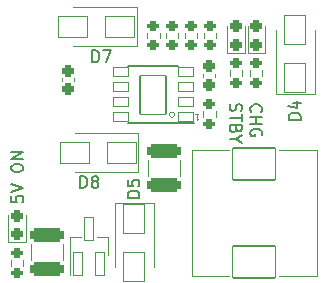
<source format=gto>
G04 #@! TF.GenerationSoftware,KiCad,Pcbnew,(6.0.8)*
G04 #@! TF.CreationDate,2023-05-10T13:59:01+02:00*
G04 #@! TF.ProjectId,02_Batt_Alim,30325f42-6174-4745-9f41-6c696d2e6b69,rev?*
G04 #@! TF.SameCoordinates,Original*
G04 #@! TF.FileFunction,Legend,Top*
G04 #@! TF.FilePolarity,Positive*
%FSLAX46Y46*%
G04 Gerber Fmt 4.6, Leading zero omitted, Abs format (unit mm)*
G04 Created by KiCad (PCBNEW (6.0.8)) date 2023-05-10 13:59:01*
%MOMM*%
%LPD*%
G01*
G04 APERTURE LIST*
G04 Aperture macros list*
%AMRoundRect*
0 Rectangle with rounded corners*
0 $1 Rounding radius*
0 $2 $3 $4 $5 $6 $7 $8 $9 X,Y pos of 4 corners*
0 Add a 4 corners polygon primitive as box body*
4,1,4,$2,$3,$4,$5,$6,$7,$8,$9,$2,$3,0*
0 Add four circle primitives for the rounded corners*
1,1,$1+$1,$2,$3*
1,1,$1+$1,$4,$5*
1,1,$1+$1,$6,$7*
1,1,$1+$1,$8,$9*
0 Add four rect primitives between the rounded corners*
20,1,$1+$1,$2,$3,$4,$5,0*
20,1,$1+$1,$4,$5,$6,$7,0*
20,1,$1+$1,$6,$7,$8,$9,0*
20,1,$1+$1,$8,$9,$2,$3,0*%
%AMFreePoly0*
4,1,39,2.202791,0.899922,2.297540,0.894625,2.305656,0.893499,2.484833,0.853448,2.495057,0.849967,2.661454,0.772375,2.670692,0.766781,2.816546,0.655267,2.824367,0.647819,2.942872,0.507587,2.948911,0.498633,3.034539,0.336225,3.038515,0.326184,3.087271,0.149177,3.088997,0.138516,3.098606,-0.044831,3.098004,-0.055614,3.068017,-0.236748,3.065112,-0.247150,2.996929,-0.417619,
2.991859,-0.427155,2.888662,-0.579006,2.881662,-0.587231,2.748263,-0.713379,2.739661,-0.719908,2.582286,-0.814469,2.572482,-0.818999,2.398473,-0.877559,2.387925,-0.879879,2.205400,-0.899708,2.200000,-0.900000,-0.850000,-0.900000,-0.885355,-0.885355,-0.900000,-0.850000,-0.900000,0.850000,-0.885355,0.885355,-0.850000,0.900000,2.200000,0.900000,2.202791,0.899922,2.202791,0.899922,
$1*%
G04 Aperture macros list end*
%ADD10C,0.150000*%
%ADD11C,0.125000*%
%ADD12C,0.127000*%
%ADD13C,0.100000*%
%ADD14C,0.120000*%
%ADD15C,1.100000*%
%ADD16RoundRect,0.050000X1.100000X1.650000X-1.100000X1.650000X-1.100000X-1.650000X1.100000X-1.650000X0*%
%ADD17RoundRect,0.050000X0.650000X0.350000X-0.650000X0.350000X-0.650000X-0.350000X0.650000X-0.350000X0*%
%ADD18FreePoly0,180.000000*%
%ADD19C,1.624000*%
%ADD20RoundRect,0.050000X1.250000X0.900000X-1.250000X0.900000X-1.250000X-0.900000X1.250000X-0.900000X0*%
%ADD21RoundRect,0.050000X-0.900000X1.250000X-0.900000X-1.250000X0.900000X-1.250000X0.900000X1.250000X0*%
%ADD22RoundRect,0.050000X0.900000X-1.250000X0.900000X1.250000X-0.900000X1.250000X-0.900000X-1.250000X0*%
%ADD23RoundRect,0.275000X-0.250000X0.225000X-0.250000X-0.225000X0.250000X-0.225000X0.250000X0.225000X0*%
%ADD24RoundRect,0.300000X-1.100000X0.325000X-1.100000X-0.325000X1.100000X-0.325000X1.100000X0.325000X0*%
%ADD25RoundRect,0.268750X0.256250X-0.218750X0.256250X0.218750X-0.256250X0.218750X-0.256250X-0.218750X0*%
%ADD26RoundRect,0.050000X1.800000X-1.350000X1.800000X1.350000X-1.800000X1.350000X-1.800000X-1.350000X0*%
%ADD27RoundRect,0.250000X-0.275000X0.200000X-0.275000X-0.200000X0.275000X-0.200000X0.275000X0.200000X0*%
%ADD28RoundRect,0.250000X0.275000X-0.200000X0.275000X0.200000X-0.275000X0.200000X-0.275000X-0.200000X0*%
%ADD29RoundRect,0.050000X0.400000X-0.950000X0.400000X0.950000X-0.400000X0.950000X-0.400000X-0.950000X0*%
G04 APERTURE END LIST*
D10*
X122959857Y-71955114D02*
X122912238Y-71907495D01*
X122864619Y-71764638D01*
X122864619Y-71669400D01*
X122912238Y-71526542D01*
X123007476Y-71431304D01*
X123102714Y-71383685D01*
X123293190Y-71336066D01*
X123436047Y-71336066D01*
X123626523Y-71383685D01*
X123721761Y-71431304D01*
X123817000Y-71526542D01*
X123864619Y-71669400D01*
X123864619Y-71764638D01*
X123817000Y-71907495D01*
X123769380Y-71955114D01*
X122864619Y-72383685D02*
X123864619Y-72383685D01*
X123388428Y-72383685D02*
X123388428Y-72955114D01*
X122864619Y-72955114D02*
X123864619Y-72955114D01*
X123817000Y-73955114D02*
X123864619Y-73859876D01*
X123864619Y-73717019D01*
X123817000Y-73574161D01*
X123721761Y-73478923D01*
X123626523Y-73431304D01*
X123436047Y-73383685D01*
X123293190Y-73383685D01*
X123102714Y-73431304D01*
X123007476Y-73478923D01*
X122912238Y-73574161D01*
X122864619Y-73717019D01*
X122864619Y-73812257D01*
X122912238Y-73955114D01*
X122959857Y-74002733D01*
X123293190Y-74002733D01*
X123293190Y-73812257D01*
X102627180Y-79089047D02*
X102627180Y-79565238D01*
X103103371Y-79612857D01*
X103055752Y-79565238D01*
X103008133Y-79470000D01*
X103008133Y-79231904D01*
X103055752Y-79136666D01*
X103103371Y-79089047D01*
X103198609Y-79041428D01*
X103436704Y-79041428D01*
X103531942Y-79089047D01*
X103579561Y-79136666D01*
X103627180Y-79231904D01*
X103627180Y-79470000D01*
X103579561Y-79565238D01*
X103531942Y-79612857D01*
X102627180Y-78755714D02*
X103627180Y-78422380D01*
X102627180Y-78089047D01*
X102627180Y-76803333D02*
X102627180Y-76612857D01*
X102674800Y-76517619D01*
X102770038Y-76422380D01*
X102960514Y-76374761D01*
X103293847Y-76374761D01*
X103484323Y-76422380D01*
X103579561Y-76517619D01*
X103627180Y-76612857D01*
X103627180Y-76803333D01*
X103579561Y-76898571D01*
X103484323Y-76993809D01*
X103293847Y-77041428D01*
X102960514Y-77041428D01*
X102770038Y-76993809D01*
X102674800Y-76898571D01*
X102627180Y-76803333D01*
X103627180Y-75946190D02*
X102627180Y-75946190D01*
X103627180Y-75374761D01*
X102627180Y-75374761D01*
X121185038Y-71302761D02*
X121137419Y-71445619D01*
X121137419Y-71683714D01*
X121185038Y-71778952D01*
X121232657Y-71826571D01*
X121327895Y-71874190D01*
X121423133Y-71874190D01*
X121518371Y-71826571D01*
X121565990Y-71778952D01*
X121613609Y-71683714D01*
X121661228Y-71493238D01*
X121708847Y-71398000D01*
X121756466Y-71350380D01*
X121851704Y-71302761D01*
X121946942Y-71302761D01*
X122042180Y-71350380D01*
X122089800Y-71398000D01*
X122137419Y-71493238D01*
X122137419Y-71731333D01*
X122089800Y-71874190D01*
X122137419Y-72159904D02*
X122137419Y-72731333D01*
X121137419Y-72445619D02*
X122137419Y-72445619D01*
X121661228Y-73398000D02*
X121613609Y-73540857D01*
X121565990Y-73588476D01*
X121470752Y-73636095D01*
X121327895Y-73636095D01*
X121232657Y-73588476D01*
X121185038Y-73540857D01*
X121137419Y-73445619D01*
X121137419Y-73064666D01*
X122137419Y-73064666D01*
X122137419Y-73398000D01*
X122089800Y-73493238D01*
X122042180Y-73540857D01*
X121946942Y-73588476D01*
X121851704Y-73588476D01*
X121756466Y-73540857D01*
X121708847Y-73493238D01*
X121661228Y-73398000D01*
X121661228Y-73064666D01*
X121613609Y-74255142D02*
X121137419Y-74255142D01*
X122137419Y-73921809D02*
X121613609Y-74255142D01*
X122137419Y-74588476D01*
D11*
X118180142Y-72168809D02*
X118465857Y-72168809D01*
X118323000Y-72168809D02*
X118323000Y-72668809D01*
X118370619Y-72597380D01*
X118418238Y-72549761D01*
X118465857Y-72525952D01*
D10*
X109497904Y-67762380D02*
X109497904Y-66762380D01*
X109736000Y-66762380D01*
X109878857Y-66810000D01*
X109974095Y-66905238D01*
X110021714Y-67000476D01*
X110069333Y-67190952D01*
X110069333Y-67333809D01*
X110021714Y-67524285D01*
X109974095Y-67619523D01*
X109878857Y-67714761D01*
X109736000Y-67762380D01*
X109497904Y-67762380D01*
X110402666Y-66762380D02*
X111069333Y-66762380D01*
X110640761Y-67762380D01*
X108481904Y-78390380D02*
X108481904Y-77390380D01*
X108720000Y-77390380D01*
X108862857Y-77438000D01*
X108958095Y-77533238D01*
X109005714Y-77628476D01*
X109053333Y-77818952D01*
X109053333Y-77961809D01*
X109005714Y-78152285D01*
X108958095Y-78247523D01*
X108862857Y-78342761D01*
X108720000Y-78390380D01*
X108481904Y-78390380D01*
X109624761Y-77818952D02*
X109529523Y-77771333D01*
X109481904Y-77723714D01*
X109434285Y-77628476D01*
X109434285Y-77580857D01*
X109481904Y-77485619D01*
X109529523Y-77438000D01*
X109624761Y-77390380D01*
X109815238Y-77390380D01*
X109910476Y-77438000D01*
X109958095Y-77485619D01*
X110005714Y-77580857D01*
X110005714Y-77628476D01*
X109958095Y-77723714D01*
X109910476Y-77771333D01*
X109815238Y-77818952D01*
X109624761Y-77818952D01*
X109529523Y-77866571D01*
X109481904Y-77914190D01*
X109434285Y-78009428D01*
X109434285Y-78199904D01*
X109481904Y-78295142D01*
X109529523Y-78342761D01*
X109624761Y-78390380D01*
X109815238Y-78390380D01*
X109910476Y-78342761D01*
X109958095Y-78295142D01*
X110005714Y-78199904D01*
X110005714Y-78009428D01*
X109958095Y-77914190D01*
X109910476Y-77866571D01*
X109815238Y-77818952D01*
X113482380Y-79224095D02*
X112482380Y-79224095D01*
X112482380Y-78986000D01*
X112530000Y-78843142D01*
X112625238Y-78747904D01*
X112720476Y-78700285D01*
X112910952Y-78652666D01*
X113053809Y-78652666D01*
X113244285Y-78700285D01*
X113339523Y-78747904D01*
X113434761Y-78843142D01*
X113482380Y-78986000D01*
X113482380Y-79224095D01*
X112482380Y-77747904D02*
X112482380Y-78224095D01*
X112958571Y-78271714D01*
X112910952Y-78224095D01*
X112863333Y-78128857D01*
X112863333Y-77890761D01*
X112910952Y-77795523D01*
X112958571Y-77747904D01*
X113053809Y-77700285D01*
X113291904Y-77700285D01*
X113387142Y-77747904D01*
X113434761Y-77795523D01*
X113482380Y-77890761D01*
X113482380Y-78128857D01*
X113434761Y-78224095D01*
X113387142Y-78271714D01*
X127122180Y-72620095D02*
X126122180Y-72620095D01*
X126122180Y-72382000D01*
X126169800Y-72239142D01*
X126265038Y-72143904D01*
X126360276Y-72096285D01*
X126550752Y-72048666D01*
X126693609Y-72048666D01*
X126884085Y-72096285D01*
X126979323Y-72143904D01*
X127074561Y-72239142D01*
X127122180Y-72382000D01*
X127122180Y-72620095D01*
X126455514Y-71191523D02*
X127122180Y-71191523D01*
X126074561Y-71429619D02*
X126788847Y-71667714D01*
X126788847Y-71048666D01*
D12*
X112540000Y-72903000D02*
X118069000Y-72903000D01*
X116740000Y-68077000D02*
X112540000Y-68077000D01*
D13*
X116463606Y-72190000D02*
G75*
G03*
X116463606Y-72190000I-223606J0D01*
G01*
D14*
X113255000Y-66420000D02*
X107855000Y-66420000D01*
X113255000Y-63120000D02*
X107855000Y-63120000D01*
X113255000Y-66420000D02*
X113255000Y-63120000D01*
X113382000Y-77088000D02*
X107982000Y-77088000D01*
X113382000Y-73788000D02*
X107982000Y-73788000D01*
X113382000Y-77088000D02*
X113382000Y-73788000D01*
X114680000Y-79658000D02*
X114680000Y-85058000D01*
X111380000Y-79658000D02*
X111380000Y-85058000D01*
X114680000Y-79658000D02*
X111380000Y-79658000D01*
X125019800Y-70456000D02*
X125019800Y-65056000D01*
X128319800Y-70456000D02*
X128319800Y-65056000D01*
X125019800Y-70456000D02*
X128319800Y-70456000D01*
X118895400Y-68744220D02*
X118895400Y-69025380D01*
X119915400Y-68744220D02*
X119915400Y-69025380D01*
X107900000Y-69099420D02*
X107900000Y-69380580D01*
X106880000Y-69099420D02*
X106880000Y-69380580D01*
X104304000Y-83108748D02*
X104304000Y-84531252D01*
X107024000Y-83108748D02*
X107024000Y-84531252D01*
X114210000Y-75996748D02*
X114210000Y-77419252D01*
X116930000Y-75996748D02*
X116930000Y-77419252D01*
X122632800Y-66978400D02*
X124102800Y-66978400D01*
X124102800Y-66978400D02*
X124102800Y-64693400D01*
X122632800Y-64693400D02*
X122632800Y-66978400D01*
X122375600Y-66978400D02*
X122375600Y-64693400D01*
X120905600Y-64693400D02*
X120905600Y-66978400D01*
X120905600Y-66978400D02*
X122375600Y-66978400D01*
X103859000Y-83019000D02*
X103859000Y-80734000D01*
X102389000Y-83019000D02*
X103859000Y-83019000D01*
X102389000Y-80734000D02*
X102389000Y-83019000D01*
X117890000Y-75218000D02*
X121090000Y-75218000D01*
X128490000Y-85818000D02*
X125290000Y-85818000D01*
X117890000Y-85818000D02*
X117890000Y-75218000D01*
X128490000Y-75218000D02*
X128490000Y-85818000D01*
X121090000Y-85818000D02*
X117890000Y-85818000D01*
X125290000Y-75218000D02*
X128490000Y-75218000D01*
X123890300Y-68431142D02*
X123890300Y-68905658D01*
X122845300Y-68431142D02*
X122845300Y-68905658D01*
X118882900Y-71898742D02*
X118882900Y-72373258D01*
X119927900Y-71898742D02*
X119927900Y-72373258D01*
X122163100Y-68431142D02*
X122163100Y-68905658D01*
X121118100Y-68431142D02*
X121118100Y-68905658D01*
X118378500Y-65718458D02*
X118378500Y-65243942D01*
X117333500Y-65718458D02*
X117333500Y-65243942D01*
X116778300Y-65718458D02*
X116778300Y-65243942D01*
X115733300Y-65718458D02*
X115733300Y-65243942D01*
X114133100Y-65718458D02*
X114133100Y-65243942D01*
X115178100Y-65718458D02*
X115178100Y-65243942D01*
X119953300Y-65727258D02*
X119953300Y-65252742D01*
X118908300Y-65727258D02*
X118908300Y-65252742D01*
X103646500Y-84502742D02*
X103646500Y-84977258D01*
X102601500Y-84502742D02*
X102601500Y-84977258D01*
X110800000Y-82580000D02*
X110800000Y-84040000D01*
X107640000Y-82580000D02*
X108570000Y-82580000D01*
X107640000Y-82580000D02*
X107640000Y-85740000D01*
X110800000Y-82580000D02*
X109870000Y-82580000D01*
%LPC*%
D15*
X115275000Y-70490000D03*
X114005000Y-70490000D03*
X115275000Y-69347000D03*
X114005000Y-69347000D03*
D16*
X114640000Y-70490000D03*
D17*
X117390000Y-72395000D03*
D15*
X115275000Y-71633000D03*
X114005000Y-71633000D03*
D16*
X114640000Y-70490000D03*
D17*
X117390000Y-71125000D03*
X117390000Y-69855000D03*
X117390000Y-68585000D03*
X111890000Y-68585000D03*
X111890000Y-69855000D03*
X111890000Y-71125000D03*
X111890000Y-72395000D03*
D18*
X104140000Y-73660000D03*
D19*
X101600000Y-73660000D03*
D18*
X104140000Y-71120000D03*
D19*
X101600000Y-71120000D03*
D18*
X104140000Y-68580000D03*
D19*
X101600000Y-68580000D03*
D18*
X104140000Y-66040000D03*
D19*
X101600000Y-66040000D03*
D20*
X111855000Y-64770000D03*
X107855000Y-64770000D03*
X111982000Y-75438000D03*
X107982000Y-75438000D03*
D21*
X113030000Y-81058000D03*
X113030000Y-85058000D03*
D22*
X126669800Y-69056000D03*
X126669800Y-65056000D03*
D23*
X119405400Y-68109800D03*
X119405400Y-69659800D03*
X107390000Y-68465000D03*
X107390000Y-70015000D03*
D24*
X105664000Y-82345000D03*
X105664000Y-85295000D03*
X115570000Y-75233000D03*
X115570000Y-78183000D03*
D25*
X123367800Y-66280900D03*
X123367800Y-64705900D03*
X121640600Y-66280900D03*
X121640600Y-64705900D03*
X103124000Y-82321500D03*
X103124000Y-80746500D03*
D26*
X123190000Y-84668000D03*
X123190000Y-76368000D03*
D27*
X123367800Y-67843400D03*
X123367800Y-69493400D03*
X119405400Y-71311000D03*
X119405400Y-72961000D03*
X121640600Y-67843400D03*
X121640600Y-69493400D03*
D28*
X117856000Y-66306200D03*
X117856000Y-64656200D03*
X116255800Y-66306200D03*
X116255800Y-64656200D03*
X114655600Y-66306200D03*
X114655600Y-64656200D03*
X119430800Y-66315000D03*
X119430800Y-64665000D03*
D27*
X103124000Y-83915000D03*
X103124000Y-85565000D03*
D29*
X108270000Y-84840000D03*
X110170000Y-84840000D03*
X109220000Y-81840000D03*
M02*

</source>
